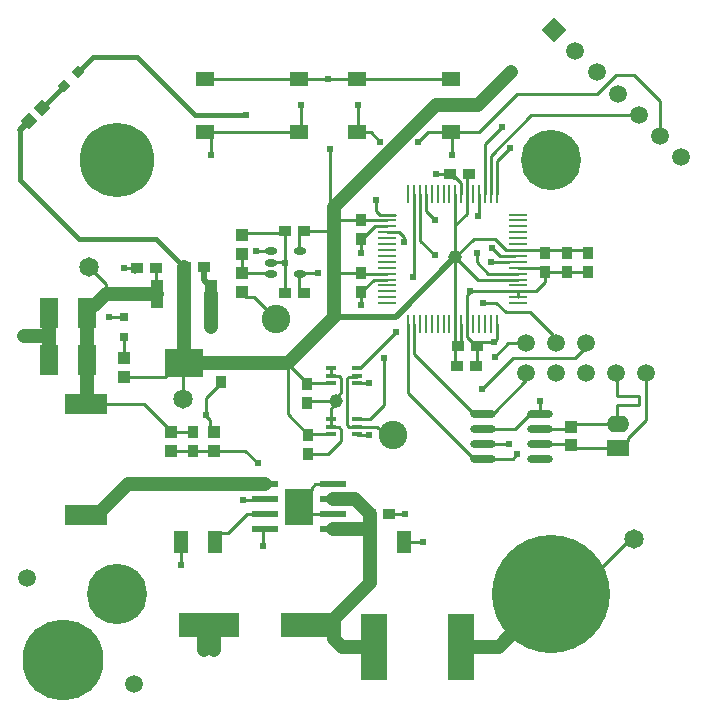
<source format=gtl>
G04*
G04 #@! TF.GenerationSoftware,Altium Limited,Altium Designer,21.6.4 (81)*
G04*
G04 Layer_Physical_Order=1*
G04 Layer_Color=255*
%FSLAX25Y25*%
%MOIN*%
G70*
G04*
G04 #@! TF.SameCoordinates,AE92149D-F2BC-473A-8121-C18DD6311B00*
G04*
G04*
G04 #@! TF.FilePolarity,Positive*
G04*
G01*
G75*
%ADD10C,0.01000*%
%ADD17C,0.06475*%
%ADD18R,0.03543X0.01575*%
%ADD19R,0.09449X0.12205*%
%ADD20R,0.20079X0.08465*%
%ADD21R,0.03740X0.03937*%
%ADD22O,0.04331X0.02362*%
%ADD23O,0.08661X0.02362*%
%ADD24R,0.03937X0.03740*%
%ADD27R,0.06122X0.05118*%
%ADD28R,0.03937X0.04134*%
%ADD29R,0.03937X0.09449*%
%ADD30R,0.12598X0.09449*%
G04:AMPARAMS|DCode=31|XSize=39.37mil|YSize=41.34mil|CornerRadius=0mil|HoleSize=0mil|Usage=FLASHONLY|Rotation=135.000|XOffset=0mil|YOffset=0mil|HoleType=Round|Shape=Rectangle|*
%AMROTATEDRECTD31*
4,1,4,0.02854,0.00070,-0.00070,-0.02854,-0.02854,-0.00070,0.00070,0.02854,0.02854,0.00070,0.0*
%
%ADD31ROTATEDRECTD31*%

%ADD32P,0.04454X4X180.0*%
%ADD33R,0.05906X0.09843*%
%ADD34R,0.03150X0.03150*%
%ADD35R,0.08661X0.01968*%
%ADD36R,0.14016X0.07008*%
%ADD37R,0.05118X0.07284*%
%ADD38R,0.09055X0.22047*%
%ADD74O,0.06102X0.00984*%
%ADD75O,0.00984X0.06102*%
%ADD76C,0.01500*%
%ADD77C,0.04567*%
%ADD78C,0.02000*%
%ADD79C,0.09508*%
%ADD80C,0.24803*%
%ADD81C,0.39370*%
%ADD82C,0.05906*%
%ADD83R,0.07500X0.05500*%
%ADD84O,0.07500X0.05500*%
%ADD85C,0.26969*%
%ADD86P,0.08352X4X360.0*%
%ADD87C,0.20079*%
%ADD88C,0.02402*%
%ADD89C,0.04567*%
%ADD90C,0.02400*%
%ADD91C,0.01968*%
D10*
X72381Y-72381D02*
X80075D01*
X98519Y-53937D01*
X100000D01*
X-76270Y27559D02*
Y30994D01*
X-81890Y36614D02*
X-76270Y30994D01*
X-66829Y35139D02*
X-65748Y36220D01*
X-70079D02*
X-65748D01*
X-99Y52440D02*
X-21Y52362D01*
X-1575Y53816D02*
Y75984D01*
Y53816D02*
X-149Y52390D01*
X-421Y48819D02*
X-399Y48841D01*
X-10236Y48819D02*
X-421D01*
X0Y52362D02*
X9055D01*
X-21D02*
X0D01*
X9055D02*
X9252Y52165D01*
X17618D01*
X28014Y78357D02*
X31154Y81496D01*
X57284Y42323D02*
X83622D01*
X0Y33661D02*
X984Y34646D01*
X9055D01*
X-25931Y41974D02*
X-21272D01*
X38583Y67716D02*
X38681D01*
X33858D02*
X38583D01*
X9038Y41179D02*
Y45750D01*
X7874Y28346D02*
Y28445D01*
X9055Y28346D02*
Y28445D01*
Y24016D02*
Y28346D01*
X-11909Y99410D02*
X38881D01*
X-30813Y48031D02*
X-17323D01*
X-9646Y-43748D02*
Y-43307D01*
X39681Y67198D02*
X42323Y64556D01*
Y61122D02*
Y64556D01*
X38681Y67716D02*
X40051Y66347D01*
X46457Y46063D02*
X53543D01*
X57284Y42323D01*
X61122Y28543D02*
X67126D01*
X70125Y31542D02*
Y35025D01*
X67126Y28543D02*
X70125Y31542D01*
X13780Y55429D02*
Y59055D01*
X15075Y54134D02*
X17618D01*
X13780Y55429D02*
X15075Y54134D01*
X31154Y81496D02*
X38873D01*
X12102Y81599D02*
X15333Y78368D01*
X7677Y81599D02*
X12102D01*
X-9154Y-2165D02*
X-1181D01*
X40354Y3784D02*
Y17618D01*
X38873Y81496D02*
X38976Y81599D01*
X50197Y61122D02*
Y77756D01*
X55905Y83465D01*
X52165Y73819D02*
X65551Y87205D01*
X52165Y61122D02*
Y73819D01*
X65551Y87205D02*
X101347D01*
X42323Y10605D02*
Y17618D01*
Y10605D02*
X42334Y10594D01*
X45276Y28361D02*
Y28740D01*
X44291Y27377D02*
X45276Y28361D01*
X44291Y17618D02*
Y27377D01*
X-26055Y41851D02*
X-25931Y41974D01*
X-43004Y81693D02*
X-11909D01*
X-43004D02*
X-40945Y79634D01*
Y74016D02*
Y79634D01*
X-43209Y81693D02*
X-43004D01*
X21457Y48228D02*
X23106Y46579D01*
Y45004D02*
X23228Y44882D01*
X17618Y48228D02*
X21457D01*
X23106Y45004D02*
Y46579D01*
X77454Y35025D02*
X84620D01*
X70125D02*
X77454D01*
X-11700Y34618D02*
X-11652Y34570D01*
X-5382D01*
X-5334Y34522D01*
X49213Y-3937D02*
X59449Y6299D01*
X80315D01*
X83937Y9921D02*
Y11181D01*
X80315Y6299D02*
X83937Y9921D01*
X53543Y6693D02*
X58031Y11181D01*
X63937D01*
X72998Y12120D02*
Y14009D01*
X57087Y21654D02*
X65354D01*
X72998Y12120D02*
X73937Y11181D01*
X65354Y21654D02*
X72998Y14009D01*
X53937Y24803D02*
X57087Y21654D01*
X49606Y24803D02*
X53937D01*
X59429Y-27185D02*
X61024Y-25591D01*
X49606Y-27185D02*
X59429D01*
X46457D02*
X49606D01*
X63779Y-1161D02*
Y-787D01*
X52756Y-12185D02*
X63779Y-1161D01*
X49606Y-12185D02*
X52756D01*
X94213Y-5144D02*
Y1693D01*
Y-12222D02*
Y-9230D01*
X101626Y-9176D01*
X101604Y-6176D02*
X101626Y-9176D01*
X94217Y-6230D02*
X101604Y-6176D01*
X94213Y-5644D02*
X94217Y-6230D01*
X94213Y-5644D02*
Y-5144D01*
Y-15472D02*
Y-12222D01*
Y-15472D02*
X94488Y-15748D01*
X93937Y1969D02*
X94213Y1693D01*
X97738Y-20372D02*
X103937Y-14173D01*
Y-394D01*
X94488Y-23622D02*
X95488D01*
X97738Y-21372D01*
Y-20372D01*
X-50394Y4331D02*
X-50000Y4724D01*
X-50394Y-7480D02*
Y4331D01*
X16535Y-9449D02*
Y6299D01*
X12008Y-13976D02*
X16535Y-9449D01*
X20472Y14961D02*
X20472D01*
X7480Y2953D02*
X8465D01*
X20472Y14961D01*
X26567Y61114D02*
X26575Y61122D01*
X26567Y33654D02*
Y61114D01*
X26378Y33465D02*
X26567Y33654D01*
X28543Y45472D02*
Y61122D01*
Y45472D02*
X33465Y40551D01*
X33196Y40283D02*
X33465Y40551D01*
X30512Y55315D02*
X33465Y52362D01*
X30512Y55315D02*
Y61122D01*
X7480Y-13976D02*
X12008D01*
X9554Y34449D02*
X17618D01*
X9381Y34622D02*
X9554Y34449D01*
X61122Y36417D02*
X68755D01*
X70125Y35047D01*
Y35025D02*
Y35047D01*
X39143Y73867D02*
Y81432D01*
X38976Y81599D02*
X39143Y81432D01*
X47638Y38189D02*
Y41339D01*
Y38189D02*
X51378Y34449D01*
X61122D01*
X47835Y32480D02*
X61122D01*
X40354Y39961D02*
X47835Y32480D01*
X45465Y28551D02*
X61114D01*
X61122Y28543D01*
X45276Y28740D02*
X45465Y28551D01*
X70125Y41226D02*
Y41324D01*
X61122Y26575D02*
Y28543D01*
X49734Y-22313D02*
X58140D01*
X58268Y-22441D01*
X49606Y-22185D02*
X49734Y-22313D01*
X68504Y-12185D02*
Y-7874D01*
X60354Y-17185D02*
X65354Y-12185D01*
X49606Y-17185D02*
X60354D01*
X65354Y-12185D02*
X68504D01*
X7874Y81796D02*
Y90551D01*
X7677Y81599D02*
X7874Y81796D01*
X-11909Y81693D02*
X-11024Y82579D01*
Y90551D01*
X61024Y94488D02*
X87494D01*
X93794Y100787D02*
X100000D01*
X87494Y94488D02*
X93794Y100787D01*
X38976Y81599D02*
X48134D01*
X61024Y94488D01*
X100000Y100787D02*
X108630Y92157D01*
Y80346D02*
Y92157D01*
X54134Y61122D02*
Y71850D01*
X58661Y76378D01*
X101347Y87205D02*
X101559Y87417D01*
X9038Y45750D02*
X13484Y50197D01*
X26575Y7697D02*
Y17618D01*
Y7697D02*
X46457Y-12185D01*
X49606D01*
X24606Y-5335D02*
X46457Y-27185D01*
X24606Y-5335D02*
Y17618D01*
X40354Y39961D02*
X46457Y46063D01*
X40354Y50541D02*
Y61122D01*
Y39961D02*
Y50541D01*
X44284Y54470D01*
X40354Y17618D02*
Y39961D01*
X48221Y53732D02*
Y61114D01*
X48228Y61122D01*
X48031Y53543D02*
X48221Y53732D01*
X-1181Y-13976D02*
Y-10414D01*
X394Y-8839D01*
Y-7874D01*
X-8756D02*
X394D01*
X-8793Y-7837D02*
X-8756Y-7874D01*
X2362Y-4940D02*
Y-394D01*
X394Y-7874D02*
Y-6909D01*
X2362Y-4940D01*
X-1181Y394D02*
X1575D01*
X2362Y-394D01*
Y-21260D02*
Y-17717D01*
X1469Y-16823D02*
X2362Y-17717D01*
X-894Y-16823D02*
X1469D01*
X-1181Y-16535D02*
X-894Y-16823D01*
X-1969Y-25591D02*
X2362Y-21260D01*
X-8661Y-25591D02*
X-1969D01*
X-1181Y-16535D02*
Y-13976D01*
X-9055Y-8661D02*
X-9055Y-8661D01*
X-1181Y394D02*
Y2953D01*
X7579Y-2067D02*
X11319D01*
X11417Y-1969D01*
X7480Y-2165D02*
X7579Y-2067D01*
X7579Y-19193D02*
X11319D01*
X7480Y-19094D02*
X7579Y-19193D01*
X11319D02*
X11417Y-19291D01*
X4831Y106D02*
X7193D01*
X7480Y394D01*
X4331Y-394D02*
X4831Y106D01*
X4331Y-15950D02*
Y-394D01*
X4916Y-16535D02*
X7480D01*
X4331Y-15950D02*
X4916Y-16535D01*
X-15539Y4220D02*
Y4540D01*
Y-12315D02*
Y4220D01*
X-8661Y-19291D02*
Y-19193D01*
X-15539Y-12315D02*
X-8661Y-19193D01*
X-15539Y4220D02*
X-9154Y-2165D01*
X-8661Y-19291D02*
X-8465Y-19094D01*
X-1181D01*
X7480Y-16535D02*
X14233D01*
X17185Y-19487D01*
X19487D01*
X44291Y61122D02*
Y67520D01*
X44488Y67716D01*
X44284Y61114D02*
X44291Y61122D01*
X44284Y54470D02*
Y61114D01*
X53076Y11737D02*
X54134Y12795D01*
Y17618D01*
X48827Y11737D02*
X53076D01*
X47457Y10367D02*
X48827Y11737D01*
X47323Y3799D02*
X47457Y3932D01*
Y10367D01*
X44291Y13434D02*
X47358Y10367D01*
X44291Y13434D02*
Y17618D01*
X47358Y10367D02*
X47457D01*
X40354Y3784D02*
X40439Y3699D01*
X9055Y28445D02*
X13091Y32480D01*
X17618D01*
X13484Y50197D02*
X17618D01*
X-30785Y34618D02*
X-21148D01*
X-30813Y34646D02*
X-30785Y34618D01*
X-30813Y34646D02*
Y40945D01*
X-29344Y26779D02*
X-26780D01*
X-30813Y28248D02*
Y28346D01*
Y28248D02*
X-29344Y26779D01*
X-26780D02*
X-19487Y19487D01*
X-17323Y48031D02*
X-16535Y48819D01*
X6496Y-2165D02*
X7480D01*
X7193Y-18807D02*
X7480Y-19094D01*
X-85499Y101509D02*
Y101509D01*
X17618Y54134D02*
X20161D01*
X-42913Y-7071D02*
X-37700Y-1858D01*
X-42913Y-12598D02*
Y-7071D01*
X-37700Y-1858D02*
Y-1760D01*
X-43209Y99410D02*
X-11909D01*
X38881D02*
X38976Y99315D01*
X17958Y-17958D02*
X19487Y-19487D01*
X-94970Y21379D02*
Y23347D01*
X-59449Y27953D02*
X-59055Y27559D01*
X-59449Y27953D02*
Y36220D01*
X-75197Y20079D02*
X-70276D01*
X-70079Y19882D01*
X-51181Y-62598D02*
Y-55118D01*
X23228D02*
X29528D01*
X18164Y-45567D02*
X18266Y-45669D01*
X23622D01*
X-54376Y-18243D02*
X-47244D01*
X-47244Y-18243D01*
X-82677Y-9055D02*
X-63465D01*
X-54376Y-18144D01*
Y-18243D02*
Y-18144D01*
X9752Y-51976D02*
X11811Y-54035D01*
X-7874Y-82677D02*
X-6631D01*
X-838Y-81449D02*
X390Y-80220D01*
X-6631Y-82677D02*
X-2067D01*
X-838Y-81449D01*
X-41597Y-16774D02*
Y-14294D01*
X-42913Y-12977D02*
Y-12598D01*
Y-12977D02*
X-41597Y-14294D01*
Y-16774D02*
X-40128Y-18243D01*
X-16295Y47938D02*
X-16291Y47935D01*
Y38147D02*
Y47935D01*
X-11700Y42098D02*
Y48031D01*
X-10094Y47938D02*
X-9995D01*
X-10330Y27953D02*
X-10236D01*
X-11700Y29323D02*
Y34618D01*
Y29323D02*
X-10330Y27953D01*
X-16291Y28197D02*
Y38147D01*
X-16535Y27953D02*
X-16291Y28197D01*
X-21043Y38253D02*
X-16397D01*
X-16291Y38147D01*
X-21148Y38358D02*
X-21043Y38253D01*
X84620Y35025D02*
Y35047D01*
X83250Y36417D02*
X84620Y35047D01*
X83622Y42323D02*
X84620Y41324D01*
X52442Y42993D02*
X55104Y40331D01*
X60236D01*
X57768Y38410D02*
X58374D01*
X52321Y38472D02*
X57705D01*
X57768Y38410D01*
X-30246Y-40876D02*
X-23199D01*
X-23130Y-40807D01*
X-30315Y-40945D02*
X-30246Y-40876D01*
X-23622Y-56299D02*
Y-51291D01*
X-23138Y-50807D02*
X-23130D01*
X-23622Y-51291D02*
X-23138Y-50807D01*
X-70079Y6299D02*
Y13386D01*
Y0D02*
X-56299D01*
X-51575Y4724D01*
X11791Y-50807D02*
X11811Y-50787D01*
X-29789Y-24542D02*
X-25591Y-28740D01*
X-40128Y-24542D02*
X-29789D01*
X-47244Y-24542D02*
X-40128D01*
X-54376D02*
X-47244D01*
X-37705Y-51976D02*
X-35417D01*
X-29248Y-45807D01*
X-23130D01*
X-39764Y-55118D02*
Y-54035D01*
X-37705Y-51976D01*
X-40128Y-24542D02*
X-40128Y-24542D01*
X-82677Y-46063D02*
X-79173D01*
X78740Y-22835D02*
X79528Y-23622D01*
X94488D01*
X78091Y-22185D02*
X78740Y-22835D01*
X68504Y-22185D02*
X78091D01*
X79528Y-15748D02*
X94488D01*
X78740Y-16535D02*
X79528Y-15748D01*
X78091Y-17185D02*
X78740Y-16535D01*
X68504Y-17185D02*
X78091D01*
X-7587Y-37071D02*
X-6323Y-35807D01*
X-7587Y-37705D02*
Y-37071D01*
X-8858Y-38976D02*
X-7587Y-37705D01*
X-6323Y-35807D02*
X-492D01*
X-9646Y-38976D02*
X-8858D01*
X-7587Y-45807D02*
X-492D01*
X-9646Y-43748D02*
X-7587Y-45807D01*
X11811Y-55118D02*
Y-54035D01*
D17*
X100000Y-53937D02*
D03*
X-81890Y36614D02*
D03*
X-50394Y-7480D02*
D03*
D18*
X7480Y-2165D02*
D03*
Y394D02*
D03*
Y2953D02*
D03*
X-1181Y-2165D02*
D03*
Y394D02*
D03*
Y2953D02*
D03*
X7480Y-19094D02*
D03*
Y-16535D02*
D03*
Y-13976D02*
D03*
X-1181Y-19094D02*
D03*
Y-16535D02*
D03*
Y-13976D02*
D03*
D19*
X-11811Y-43307D02*
D03*
D20*
X-7874Y-82677D02*
D03*
X-41732D02*
D03*
D21*
X9055Y46063D02*
D03*
Y52362D02*
D03*
X84620Y35025D02*
D03*
Y41324D02*
D03*
X77454Y35025D02*
D03*
Y41324D02*
D03*
X70125Y35025D02*
D03*
Y41324D02*
D03*
X9055Y28346D02*
D03*
Y34646D02*
D03*
X-37700Y-1760D02*
D03*
Y4540D02*
D03*
X-47244Y-24542D02*
D03*
Y-18243D02*
D03*
X-9055Y-8661D02*
D03*
Y-2362D02*
D03*
X-8661Y-25591D02*
D03*
Y-19291D02*
D03*
D22*
X-11567Y41887D02*
D03*
Y34407D02*
D03*
X-21016Y38147D02*
D03*
Y41887D02*
D03*
Y34407D02*
D03*
D23*
X68504Y-17185D02*
D03*
Y-27185D02*
D03*
Y-22185D02*
D03*
Y-12185D02*
D03*
X49606D02*
D03*
Y-17185D02*
D03*
Y-27185D02*
D03*
Y-22185D02*
D03*
D24*
X-49798Y36602D02*
D03*
X-43499D02*
D03*
X47457Y10367D02*
D03*
X41157D02*
D03*
X47323Y3799D02*
D03*
X41024D02*
D03*
X38583Y67716D02*
D03*
X44882D02*
D03*
X-10236Y48819D02*
D03*
X-16535D02*
D03*
X-10236Y27953D02*
D03*
X-16535D02*
D03*
X-65748Y36220D02*
D03*
X-59449D02*
D03*
X18164Y-45567D02*
D03*
X11865D02*
D03*
D27*
X7677Y81599D02*
D03*
Y99315D02*
D03*
X38976Y81599D02*
D03*
Y99315D02*
D03*
X-43209Y81693D02*
D03*
Y99410D02*
D03*
X-11909Y81693D02*
D03*
Y99410D02*
D03*
D28*
X-30813Y28346D02*
D03*
Y34646D02*
D03*
X78740Y-16535D02*
D03*
Y-22835D02*
D03*
X-30813Y47244D02*
D03*
Y40945D02*
D03*
X-70079Y6299D02*
D03*
Y0D02*
D03*
X-54376Y-24542D02*
D03*
Y-18243D02*
D03*
X-40128Y-18243D02*
D03*
Y-24542D02*
D03*
D29*
X-59055Y27559D02*
D03*
X-40945D02*
D03*
X-50000D02*
D03*
D30*
Y4724D02*
D03*
D31*
X-101833Y85175D02*
D03*
X-97379Y89629D02*
D03*
D32*
X-85499Y101509D02*
D03*
X-90092Y96916D02*
D03*
D33*
X-82450Y21379D02*
D03*
X-94970D02*
D03*
X-82450Y5631D02*
D03*
X-94970D02*
D03*
D34*
X-70079Y19882D02*
D03*
Y13386D02*
D03*
D35*
X-23130Y-35807D02*
D03*
Y-40807D02*
D03*
Y-45807D02*
D03*
X-492Y-35807D02*
D03*
Y-40807D02*
D03*
X-23130Y-50807D02*
D03*
X-492Y-45807D02*
D03*
Y-50807D02*
D03*
D36*
X-82677Y-9055D02*
D03*
Y-46063D02*
D03*
D37*
X-51181Y-55118D02*
D03*
X-39764D02*
D03*
X23228D02*
D03*
X11811D02*
D03*
D38*
X13097Y-90017D02*
D03*
X42231D02*
D03*
D74*
X17618Y54134D02*
D03*
Y52165D02*
D03*
Y50197D02*
D03*
Y48228D02*
D03*
Y46260D02*
D03*
Y44291D02*
D03*
Y42323D02*
D03*
Y40354D02*
D03*
Y38386D02*
D03*
Y36417D02*
D03*
Y34449D02*
D03*
Y32480D02*
D03*
Y30512D02*
D03*
Y28543D02*
D03*
Y26575D02*
D03*
Y24606D02*
D03*
X61122D02*
D03*
Y26575D02*
D03*
Y28543D02*
D03*
Y30512D02*
D03*
Y32480D02*
D03*
Y34449D02*
D03*
Y36417D02*
D03*
Y38386D02*
D03*
Y40354D02*
D03*
Y42323D02*
D03*
Y44291D02*
D03*
Y46260D02*
D03*
Y48228D02*
D03*
Y50197D02*
D03*
Y52165D02*
D03*
Y54134D02*
D03*
D75*
X24606Y17618D02*
D03*
X26575D02*
D03*
X28543D02*
D03*
X30512D02*
D03*
X32480D02*
D03*
X34449D02*
D03*
X36417D02*
D03*
X38386D02*
D03*
X40354D02*
D03*
X42323D02*
D03*
X44291D02*
D03*
X46260D02*
D03*
X48228D02*
D03*
X50197D02*
D03*
X52165D02*
D03*
X54134D02*
D03*
Y61122D02*
D03*
X52165D02*
D03*
X50197D02*
D03*
X48228D02*
D03*
X46260D02*
D03*
X44291D02*
D03*
X42323D02*
D03*
X40354D02*
D03*
X38386D02*
D03*
X36417D02*
D03*
X34449D02*
D03*
X32480D02*
D03*
X30512D02*
D03*
X28543D02*
D03*
X26575D02*
D03*
X24606D02*
D03*
D76*
X-85499Y101509D02*
X-80315Y106693D01*
X-65748D01*
X-46457Y87402D01*
X-29528D01*
X-59357Y46063D02*
X-50000Y36706D01*
X-97379Y89629D02*
X-90092Y96916D01*
X-104724Y65748D02*
Y82283D01*
Y65748D02*
X-85039Y46063D01*
X-59357D01*
D77*
X-43447Y-91085D02*
Y-84392D01*
X-40018Y-91085D02*
Y-84392D01*
X-41732Y-82677D02*
X-40018Y-84392D01*
X-43447Y-84392D02*
X-41732Y-82677D01*
X0Y52362D02*
Y56693D01*
Y33661D02*
Y52362D01*
X-40945Y16535D02*
Y27559D01*
X33858Y90551D02*
X48031D01*
X0Y56693D02*
X33858Y90551D01*
X-50000Y27559D02*
Y36706D01*
X-50000Y4724D02*
X-37700D01*
X48031Y90551D02*
X59055Y101575D01*
X0Y20079D02*
Y33661D01*
X-15539Y4540D02*
X0Y20079D01*
X-37700Y4540D02*
X-15539D01*
X-50000Y4724D02*
Y27559D01*
X-68937Y-35827D02*
X-30315D01*
X-79173Y-46063D02*
X-68937Y-35827D01*
X-94970Y13505D02*
Y21379D01*
Y5631D02*
Y13505D01*
X-95245Y13780D02*
X-94970Y13505D01*
X-103543Y13780D02*
X-95245D01*
X-492Y-50807D02*
X11791D01*
X11811Y-54035D02*
Y-50787D01*
X-30315Y-35827D02*
X-23150D01*
X-23130Y-35807D01*
X-51575Y4724D02*
X-50000D01*
X-50000Y4724D01*
X-82450Y23347D02*
X-81781Y24016D01*
X-76270Y27559D02*
X-59055D01*
X-82450Y21379D02*
Y23347D01*
X-81781Y24016D02*
X-79812D01*
X-76270Y27559D01*
X-82450Y5631D02*
Y21379D01*
Y-8828D02*
Y5631D01*
X-82677Y-9055D02*
X-82450Y-8828D01*
X390Y-80220D02*
X11811Y-68799D01*
X-2067Y-82677D02*
X-118Y-84626D01*
X2557Y-90017D02*
X13097D01*
X-118Y-87341D02*
X2557Y-90017D01*
X-118Y-87341D02*
Y-84626D01*
X11811Y-68799D02*
Y-55118D01*
Y-50787D02*
Y-45612D01*
X42231Y-90017D02*
X54746D01*
X7006Y-40807D02*
X11811Y-45612D01*
X-492Y-40807D02*
X7006D01*
X54746Y-90017D02*
X72381Y-72381D01*
D78*
X20472Y20079D02*
X40354Y39961D01*
X0Y20079D02*
X20472D01*
X-43499Y32455D02*
X-42327Y31284D01*
X-41913D01*
X-40945Y27559D02*
Y30315D01*
X-43499Y32455D02*
Y36602D01*
X-41913Y31284D02*
X-40945Y30315D01*
X-90092Y96916D02*
Y96916D01*
X-101833Y85174D02*
Y85175D01*
X-104724Y82283D02*
X-101833Y85174D01*
X-43499Y36602D02*
X-43400D01*
D79*
X-19487Y19487D02*
D03*
X19487Y-19487D02*
D03*
D80*
X-72381Y72381D02*
D03*
D81*
X72381Y-72381D02*
D03*
D82*
X83937Y1181D02*
D03*
X73937Y11181D02*
D03*
X63937D02*
D03*
X93937Y1181D02*
D03*
X63937D02*
D03*
X73937D02*
D03*
X83937Y11181D02*
D03*
X103937Y1181D02*
D03*
X-66929Y-102362D02*
D03*
X-102362Y-66929D02*
D03*
X94488Y94488D02*
D03*
X101559Y87417D02*
D03*
X87417Y101559D02*
D03*
X115701Y73275D02*
D03*
X108630Y80346D02*
D03*
X80346Y108630D02*
D03*
D83*
X94488Y-23622D02*
D03*
D84*
Y-15748D02*
D03*
D85*
X-90551Y-94488D02*
D03*
D86*
X73275Y115701D02*
D03*
D87*
X-72381Y-72381D02*
D03*
X72381Y72381D02*
D03*
D88*
X-29528Y87402D02*
D03*
X-70079Y36220D02*
D03*
X-43447Y-91085D02*
D03*
X-40018D02*
D03*
X28014Y78357D02*
D03*
X15333Y78368D02*
D03*
X55905Y83465D02*
D03*
X7874Y90551D02*
D03*
X-11024D02*
D03*
X-26055Y41851D02*
D03*
X-40945Y74016D02*
D03*
X23228Y44882D02*
D03*
X-5334Y34522D02*
D03*
X49213Y-3937D02*
D03*
X53543Y6693D02*
D03*
X49606Y24803D02*
D03*
X61024Y-25591D02*
D03*
X16535Y6299D02*
D03*
X20472Y14961D02*
D03*
X26378Y33465D02*
D03*
X33465Y40551D02*
D03*
Y52362D02*
D03*
X39143Y73867D02*
D03*
X47638Y41339D02*
D03*
X45276Y28740D02*
D03*
X58268Y-22441D02*
D03*
X68504Y-7874D02*
D03*
X-1575Y75984D02*
D03*
X58661Y76378D02*
D03*
X33858Y67716D02*
D03*
X53076Y11737D02*
D03*
X9038Y41179D02*
D03*
X9055Y24016D02*
D03*
X48031Y53543D02*
D03*
X11417Y-1969D02*
D03*
Y-19291D02*
D03*
X13780Y59055D02*
D03*
X-1974Y99366D02*
D03*
X-75197Y20079D02*
D03*
D89*
X-40945Y16535D02*
D03*
X40354Y39961D02*
D03*
X59055Y101575D02*
D03*
X394Y-7874D02*
D03*
X-103543Y13780D02*
D03*
D90*
X-51181Y-62598D02*
D03*
X29528Y-55118D02*
D03*
X23622Y-45669D02*
D03*
X-42913Y-12598D02*
D03*
X-16291Y38147D02*
D03*
X52321Y38472D02*
D03*
X52442Y42993D02*
D03*
X-30315Y-35827D02*
D03*
Y-40945D02*
D03*
X-23622Y-56299D02*
D03*
X-25591Y-28740D02*
D03*
D91*
X-13976Y-38976D02*
D03*
Y-43307D02*
D03*
X-9646D02*
D03*
Y-38976D02*
D03*
Y-47638D02*
D03*
X-13976D02*
D03*
M02*

</source>
